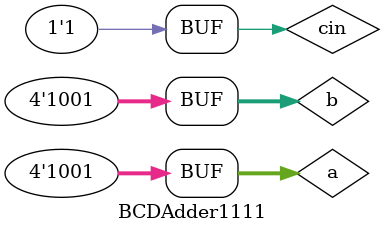
<source format=v>
`timescale 1ns / 1ps
module BCDAdder1111;
   
   reg [3:0] a;
   reg [3:0] b;
   reg cin;
   
   wire [3:0] sum;
   wire cout;
   BCDAdder u1( .a(a), .b(b), .cin(cin), .sum(sum), .cout(cout) );
   initial begin
    a =1; b=1; cin=0; #100;
    a =2; b=1; cin=0; #100;
    a =5; b=4; cin=0; #100;
    a =7; b=5; cin=0; #100;
    a =9; b=9; cin=1; #100;
    
     
   end
   
endmodule

</source>
